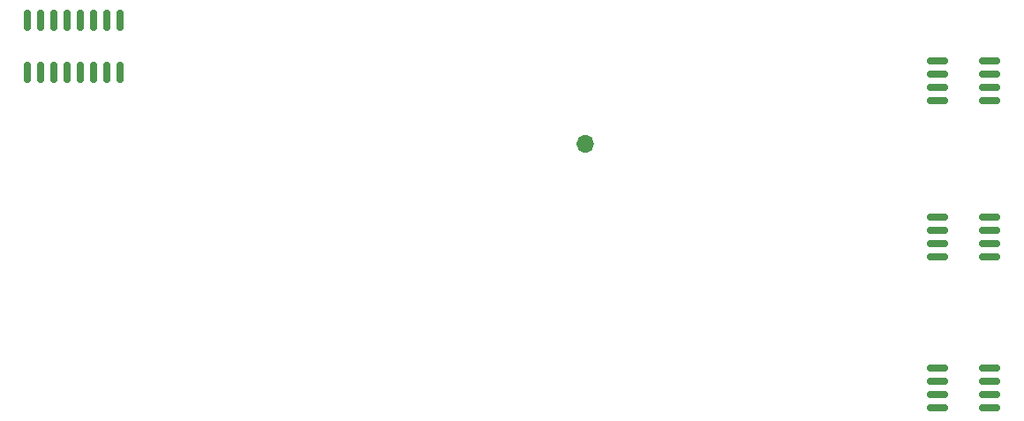
<source format=gbr>
%TF.GenerationSoftware,KiCad,Pcbnew,(6.0.7)*%
%TF.CreationDate,2022-11-12T20:07:08-06:00*%
%TF.ProjectId,Project 2,50726f6a-6563-4742-9032-2e6b69636164,rev?*%
%TF.SameCoordinates,Original*%
%TF.FileFunction,Paste,Top*%
%TF.FilePolarity,Positive*%
%FSLAX46Y46*%
G04 Gerber Fmt 4.6, Leading zero omitted, Abs format (unit mm)*
G04 Created by KiCad (PCBNEW (6.0.7)) date 2022-11-12 20:07:08*
%MOMM*%
%LPD*%
G01*
G04 APERTURE LIST*
G04 Aperture macros list*
%AMRoundRect*
0 Rectangle with rounded corners*
0 $1 Rounding radius*
0 $2 $3 $4 $5 $6 $7 $8 $9 X,Y pos of 4 corners*
0 Add a 4 corners polygon primitive as box body*
4,1,4,$2,$3,$4,$5,$6,$7,$8,$9,$2,$3,0*
0 Add four circle primitives for the rounded corners*
1,1,$1+$1,$2,$3*
1,1,$1+$1,$4,$5*
1,1,$1+$1,$6,$7*
1,1,$1+$1,$8,$9*
0 Add four rect primitives between the rounded corners*
20,1,$1+$1,$2,$3,$4,$5,0*
20,1,$1+$1,$4,$5,$6,$7,0*
20,1,$1+$1,$6,$7,$8,$9,0*
20,1,$1+$1,$8,$9,$2,$3,0*%
G04 Aperture macros list end*
%ADD10RoundRect,0.150000X-0.825000X-0.150000X0.825000X-0.150000X0.825000X0.150000X-0.825000X0.150000X0*%
%ADD11RoundRect,0.150000X0.150000X-0.850000X0.150000X0.850000X-0.150000X0.850000X-0.150000X-0.850000X0*%
%ADD12O,1.700000X1.700000*%
G04 APERTURE END LIST*
D10*
%TO.C,U4*%
X179897000Y-92654000D03*
X179897000Y-93924000D03*
X179897000Y-95194000D03*
X179897000Y-96464000D03*
X184847000Y-96464000D03*
X184847000Y-95194000D03*
X184847000Y-93924000D03*
X184847000Y-92654000D03*
%TD*%
%TO.C,U5*%
X179897000Y-107132000D03*
X179897000Y-108402000D03*
X179897000Y-109672000D03*
X179897000Y-110942000D03*
X184847000Y-110942000D03*
X184847000Y-109672000D03*
X184847000Y-108402000D03*
X184847000Y-107132000D03*
%TD*%
D11*
%TO.C,U6*%
X92583000Y-78728843D03*
X93853000Y-78728843D03*
X95123000Y-78728843D03*
X96393000Y-78728843D03*
X97663000Y-78728843D03*
X98933000Y-78728843D03*
X100203000Y-78728843D03*
X101473000Y-78728843D03*
X101473000Y-73728843D03*
X100203000Y-73728843D03*
X98933000Y-73728843D03*
X97663000Y-73728843D03*
X96393000Y-73728843D03*
X95123000Y-73728843D03*
X93853000Y-73728843D03*
X92583000Y-73728843D03*
%TD*%
D12*
%TO.C,U1*%
X146050000Y-85598000D03*
%TD*%
D10*
%TO.C,U3*%
X179897000Y-77668000D03*
X179897000Y-78938000D03*
X179897000Y-80208000D03*
X179897000Y-81478000D03*
X184847000Y-81478000D03*
X184847000Y-80208000D03*
X184847000Y-78938000D03*
X184847000Y-77668000D03*
%TD*%
M02*

</source>
